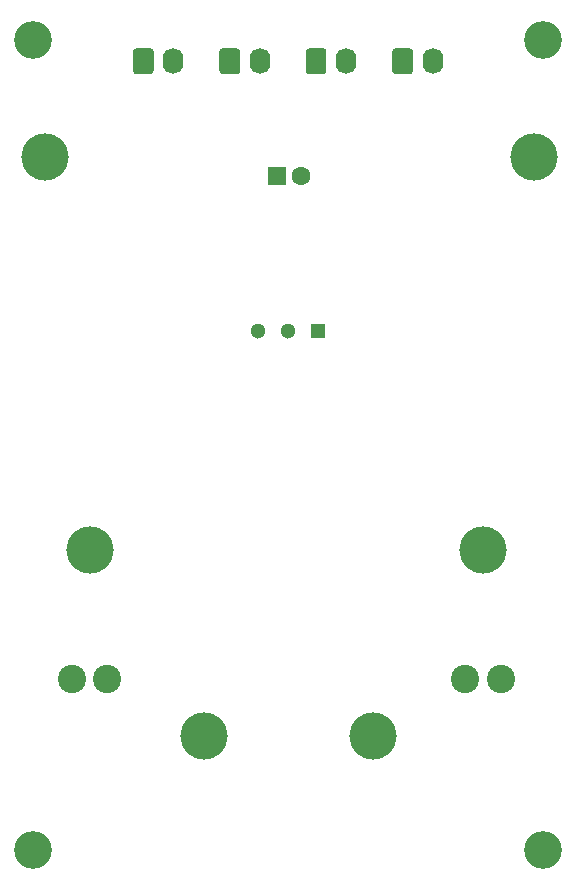
<source format=gbr>
%TF.GenerationSoftware,KiCad,Pcbnew,(5.1.7)-1*%
%TF.CreationDate,2021-11-02T09:12:16-05:00*%
%TF.ProjectId,Wisconsin Oscillator,57697363-6f6e-4736-996e-204f7363696c,rev?*%
%TF.SameCoordinates,Original*%
%TF.FileFunction,Soldermask,Bot*%
%TF.FilePolarity,Negative*%
%FSLAX46Y46*%
G04 Gerber Fmt 4.6, Leading zero omitted, Abs format (unit mm)*
G04 Created by KiCad (PCBNEW (5.1.7)-1) date 2021-11-02 09:12:16*
%MOMM*%
%LPD*%
G01*
G04 APERTURE LIST*
%ADD10C,4.000000*%
%ADD11C,3.200000*%
%ADD12C,1.300000*%
%ADD13R,1.300000X1.300000*%
%ADD14C,1.600000*%
%ADD15R,1.600000X1.600000*%
%ADD16O,1.740000X2.190000*%
%ADD17C,2.400000*%
G04 APERTURE END LIST*
D10*
%TO.C,TP6*%
X193548000Y-64516000D03*
%TD*%
%TO.C,TP5*%
X179913280Y-113538000D03*
%TD*%
%TO.C,TP4*%
X189270640Y-97790000D03*
%TD*%
%TO.C,TP3*%
X165633400Y-113538000D03*
%TD*%
%TO.C,TP2*%
X155966160Y-97790000D03*
%TD*%
%TO.C,TP1*%
X152146000Y-64516000D03*
%TD*%
D11*
%TO.C,MH4*%
X194310000Y-123190000D03*
%TD*%
%TO.C,MH3*%
X151130000Y-123190000D03*
%TD*%
%TO.C,MH2*%
X151130000Y-54610000D03*
%TD*%
%TO.C,MH1*%
X194310000Y-54610000D03*
%TD*%
D12*
%TO.C,U5*%
X172773340Y-79248000D03*
X170233340Y-79248000D03*
D13*
X175313340Y-79248000D03*
%TD*%
D14*
%TO.C,C6*%
X173818228Y-66167000D03*
D15*
X171818228Y-66167000D03*
%TD*%
D16*
%TO.C,J1*%
X163042600Y-56420560D03*
G36*
G01*
X159632600Y-57265561D02*
X159632600Y-55575559D01*
G75*
G02*
X159882599Y-55325560I249999J0D01*
G01*
X161122601Y-55325560D01*
G75*
G02*
X161372600Y-55575559I0J-249999D01*
G01*
X161372600Y-57265561D01*
G75*
G02*
X161122601Y-57515560I-249999J0D01*
G01*
X159882599Y-57515560D01*
G75*
G02*
X159632600Y-57265561I0J249999D01*
G01*
G37*
%TD*%
%TO.C,J2*%
X170362880Y-56420560D03*
G36*
G01*
X166952880Y-57265561D02*
X166952880Y-55575559D01*
G75*
G02*
X167202879Y-55325560I249999J0D01*
G01*
X168442881Y-55325560D01*
G75*
G02*
X168692880Y-55575559I0J-249999D01*
G01*
X168692880Y-57265561D01*
G75*
G02*
X168442881Y-57515560I-249999J0D01*
G01*
X167202879Y-57515560D01*
G75*
G02*
X166952880Y-57265561I0J249999D01*
G01*
G37*
%TD*%
%TO.C,J3*%
X177683160Y-56420560D03*
G36*
G01*
X174273160Y-57265561D02*
X174273160Y-55575559D01*
G75*
G02*
X174523159Y-55325560I249999J0D01*
G01*
X175763161Y-55325560D01*
G75*
G02*
X176013160Y-55575559I0J-249999D01*
G01*
X176013160Y-57265561D01*
G75*
G02*
X175763161Y-57515560I-249999J0D01*
G01*
X174523159Y-57515560D01*
G75*
G02*
X174273160Y-57265561I0J249999D01*
G01*
G37*
%TD*%
D17*
%TO.C,L2*%
X187770640Y-108717080D03*
X190770640Y-108717080D03*
%TD*%
%TO.C,L1*%
X157466160Y-108717080D03*
X154466160Y-108717080D03*
%TD*%
D16*
%TO.C,J4*%
X185003440Y-56420560D03*
G36*
G01*
X181593440Y-57265561D02*
X181593440Y-55575559D01*
G75*
G02*
X181843439Y-55325560I249999J0D01*
G01*
X183083441Y-55325560D01*
G75*
G02*
X183333440Y-55575559I0J-249999D01*
G01*
X183333440Y-57265561D01*
G75*
G02*
X183083441Y-57515560I-249999J0D01*
G01*
X181843439Y-57515560D01*
G75*
G02*
X181593440Y-57265561I0J249999D01*
G01*
G37*
%TD*%
M02*

</source>
